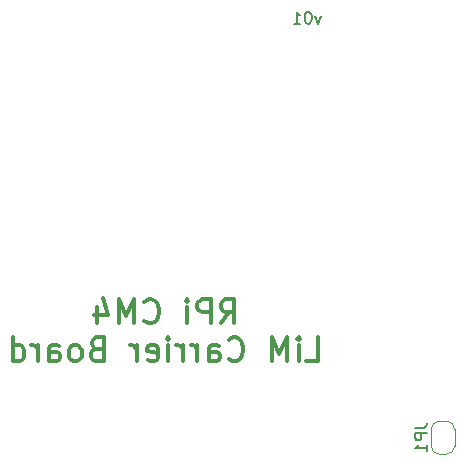
<source format=gbo>
G04 #@! TF.GenerationSoftware,KiCad,Pcbnew,(5.99.0-10613-g4d227d2d2b)*
G04 #@! TF.CreationDate,2021-06-17T11:01:32+05:30*
G04 #@! TF.ProjectId,rpi-cm4-base-carrier,7270692d-636d-4342-9d62-6173652d6361,v01*
G04 #@! TF.SameCoordinates,Original*
G04 #@! TF.FileFunction,Legend,Bot*
G04 #@! TF.FilePolarity,Positive*
%FSLAX46Y46*%
G04 Gerber Fmt 4.6, Leading zero omitted, Abs format (unit mm)*
G04 Created by KiCad (PCBNEW (5.99.0-10613-g4d227d2d2b)) date 2021-06-17 11:01:32*
%MOMM*%
%LPD*%
G01*
G04 APERTURE LIST*
%ADD10C,0.300000*%
%ADD11C,0.150000*%
%ADD12C,0.120000*%
G04 APERTURE END LIST*
D10*
X151214285Y-105294761D02*
X151880952Y-104342380D01*
X152357142Y-105294761D02*
X152357142Y-103294761D01*
X151595238Y-103294761D01*
X151404761Y-103390000D01*
X151309523Y-103485238D01*
X151214285Y-103675714D01*
X151214285Y-103961428D01*
X151309523Y-104151904D01*
X151404761Y-104247142D01*
X151595238Y-104342380D01*
X152357142Y-104342380D01*
X150357142Y-105294761D02*
X150357142Y-103294761D01*
X149595238Y-103294761D01*
X149404761Y-103390000D01*
X149309523Y-103485238D01*
X149214285Y-103675714D01*
X149214285Y-103961428D01*
X149309523Y-104151904D01*
X149404761Y-104247142D01*
X149595238Y-104342380D01*
X150357142Y-104342380D01*
X148357142Y-105294761D02*
X148357142Y-103961428D01*
X148357142Y-103294761D02*
X148452380Y-103390000D01*
X148357142Y-103485238D01*
X148261904Y-103390000D01*
X148357142Y-103294761D01*
X148357142Y-103485238D01*
X144738095Y-105104285D02*
X144833333Y-105199523D01*
X145119047Y-105294761D01*
X145309523Y-105294761D01*
X145595238Y-105199523D01*
X145785714Y-105009047D01*
X145880952Y-104818571D01*
X145976190Y-104437619D01*
X145976190Y-104151904D01*
X145880952Y-103770952D01*
X145785714Y-103580476D01*
X145595238Y-103390000D01*
X145309523Y-103294761D01*
X145119047Y-103294761D01*
X144833333Y-103390000D01*
X144738095Y-103485238D01*
X143880952Y-105294761D02*
X143880952Y-103294761D01*
X143214285Y-104723333D01*
X142547619Y-103294761D01*
X142547619Y-105294761D01*
X140738095Y-103961428D02*
X140738095Y-105294761D01*
X141214285Y-103199523D02*
X141690476Y-104628095D01*
X140452380Y-104628095D01*
X158452380Y-108514761D02*
X159404761Y-108514761D01*
X159404761Y-106514761D01*
X157785714Y-108514761D02*
X157785714Y-107181428D01*
X157785714Y-106514761D02*
X157880952Y-106610000D01*
X157785714Y-106705238D01*
X157690476Y-106610000D01*
X157785714Y-106514761D01*
X157785714Y-106705238D01*
X156833333Y-108514761D02*
X156833333Y-106514761D01*
X156166666Y-107943333D01*
X155500000Y-106514761D01*
X155500000Y-108514761D01*
X151880952Y-108324285D02*
X151976190Y-108419523D01*
X152261904Y-108514761D01*
X152452380Y-108514761D01*
X152738095Y-108419523D01*
X152928571Y-108229047D01*
X153023809Y-108038571D01*
X153119047Y-107657619D01*
X153119047Y-107371904D01*
X153023809Y-106990952D01*
X152928571Y-106800476D01*
X152738095Y-106610000D01*
X152452380Y-106514761D01*
X152261904Y-106514761D01*
X151976190Y-106610000D01*
X151880952Y-106705238D01*
X150166666Y-108514761D02*
X150166666Y-107467142D01*
X150261904Y-107276666D01*
X150452380Y-107181428D01*
X150833333Y-107181428D01*
X151023809Y-107276666D01*
X150166666Y-108419523D02*
X150357142Y-108514761D01*
X150833333Y-108514761D01*
X151023809Y-108419523D01*
X151119047Y-108229047D01*
X151119047Y-108038571D01*
X151023809Y-107848095D01*
X150833333Y-107752857D01*
X150357142Y-107752857D01*
X150166666Y-107657619D01*
X149214285Y-108514761D02*
X149214285Y-107181428D01*
X149214285Y-107562380D02*
X149119047Y-107371904D01*
X149023809Y-107276666D01*
X148833333Y-107181428D01*
X148642857Y-107181428D01*
X147976190Y-108514761D02*
X147976190Y-107181428D01*
X147976190Y-107562380D02*
X147880952Y-107371904D01*
X147785714Y-107276666D01*
X147595238Y-107181428D01*
X147404761Y-107181428D01*
X146738095Y-108514761D02*
X146738095Y-107181428D01*
X146738095Y-106514761D02*
X146833333Y-106610000D01*
X146738095Y-106705238D01*
X146642857Y-106610000D01*
X146738095Y-106514761D01*
X146738095Y-106705238D01*
X145023809Y-108419523D02*
X145214285Y-108514761D01*
X145595238Y-108514761D01*
X145785714Y-108419523D01*
X145880952Y-108229047D01*
X145880952Y-107467142D01*
X145785714Y-107276666D01*
X145595238Y-107181428D01*
X145214285Y-107181428D01*
X145023809Y-107276666D01*
X144928571Y-107467142D01*
X144928571Y-107657619D01*
X145880952Y-107848095D01*
X144071428Y-108514761D02*
X144071428Y-107181428D01*
X144071428Y-107562380D02*
X143976190Y-107371904D01*
X143880952Y-107276666D01*
X143690476Y-107181428D01*
X143500000Y-107181428D01*
X140642857Y-107467142D02*
X140357142Y-107562380D01*
X140261904Y-107657619D01*
X140166666Y-107848095D01*
X140166666Y-108133809D01*
X140261904Y-108324285D01*
X140357142Y-108419523D01*
X140547619Y-108514761D01*
X141309523Y-108514761D01*
X141309523Y-106514761D01*
X140642857Y-106514761D01*
X140452380Y-106610000D01*
X140357142Y-106705238D01*
X140261904Y-106895714D01*
X140261904Y-107086190D01*
X140357142Y-107276666D01*
X140452380Y-107371904D01*
X140642857Y-107467142D01*
X141309523Y-107467142D01*
X139023809Y-108514761D02*
X139214285Y-108419523D01*
X139309523Y-108324285D01*
X139404761Y-108133809D01*
X139404761Y-107562380D01*
X139309523Y-107371904D01*
X139214285Y-107276666D01*
X139023809Y-107181428D01*
X138738095Y-107181428D01*
X138547619Y-107276666D01*
X138452380Y-107371904D01*
X138357142Y-107562380D01*
X138357142Y-108133809D01*
X138452380Y-108324285D01*
X138547619Y-108419523D01*
X138738095Y-108514761D01*
X139023809Y-108514761D01*
X136642857Y-108514761D02*
X136642857Y-107467142D01*
X136738095Y-107276666D01*
X136928571Y-107181428D01*
X137309523Y-107181428D01*
X137500000Y-107276666D01*
X136642857Y-108419523D02*
X136833333Y-108514761D01*
X137309523Y-108514761D01*
X137500000Y-108419523D01*
X137595238Y-108229047D01*
X137595238Y-108038571D01*
X137500000Y-107848095D01*
X137309523Y-107752857D01*
X136833333Y-107752857D01*
X136642857Y-107657619D01*
X135690476Y-108514761D02*
X135690476Y-107181428D01*
X135690476Y-107562380D02*
X135595238Y-107371904D01*
X135500000Y-107276666D01*
X135309523Y-107181428D01*
X135119047Y-107181428D01*
X133595238Y-108514761D02*
X133595238Y-106514761D01*
X133595238Y-108419523D02*
X133785714Y-108514761D01*
X134166666Y-108514761D01*
X134357142Y-108419523D01*
X134452380Y-108324285D01*
X134547619Y-108133809D01*
X134547619Y-107562380D01*
X134452380Y-107371904D01*
X134357142Y-107276666D01*
X134166666Y-107181428D01*
X133785714Y-107181428D01*
X133595238Y-107276666D01*
D11*
X159690476Y-79285714D02*
X159452380Y-79952380D01*
X159214285Y-79285714D01*
X158642857Y-78952380D02*
X158547619Y-78952380D01*
X158452380Y-79000000D01*
X158404761Y-79047619D01*
X158357142Y-79142857D01*
X158309523Y-79333333D01*
X158309523Y-79571428D01*
X158357142Y-79761904D01*
X158404761Y-79857142D01*
X158452380Y-79904761D01*
X158547619Y-79952380D01*
X158642857Y-79952380D01*
X158738095Y-79904761D01*
X158785714Y-79857142D01*
X158833333Y-79761904D01*
X158880952Y-79571428D01*
X158880952Y-79333333D01*
X158833333Y-79142857D01*
X158785714Y-79047619D01*
X158738095Y-79000000D01*
X158642857Y-78952380D01*
X157357142Y-79952380D02*
X157928571Y-79952380D01*
X157642857Y-79952380D02*
X157642857Y-78952380D01*
X157738095Y-79095238D01*
X157833333Y-79190476D01*
X157928571Y-79238095D01*
X167652380Y-114166666D02*
X168366666Y-114166666D01*
X168509523Y-114119047D01*
X168604761Y-114023809D01*
X168652380Y-113880952D01*
X168652380Y-113785714D01*
X168652380Y-114642857D02*
X167652380Y-114642857D01*
X167652380Y-115023809D01*
X167700000Y-115119047D01*
X167747619Y-115166666D01*
X167842857Y-115214285D01*
X167985714Y-115214285D01*
X168080952Y-115166666D01*
X168128571Y-115119047D01*
X168176190Y-115023809D01*
X168176190Y-114642857D01*
X168652380Y-116166666D02*
X168652380Y-115595238D01*
X168652380Y-115880952D02*
X167652380Y-115880952D01*
X167795238Y-115785714D01*
X167890476Y-115690476D01*
X167938095Y-115595238D01*
D12*
X169700000Y-116400000D02*
X170300000Y-116400000D01*
X169000000Y-114300000D02*
X169000000Y-115700000D01*
X171000000Y-115700000D02*
X171000000Y-114300000D01*
X170300000Y-113600000D02*
X169700000Y-113600000D01*
X169700000Y-113600000D02*
G75*
G03*
X169000000Y-114300000I0J-700000D01*
G01*
X169000000Y-115700000D02*
G75*
G03*
X169700000Y-116400000I700000J0D01*
G01*
X170300000Y-116400000D02*
G75*
G03*
X171000000Y-115700000I0J700000D01*
G01*
X171000000Y-114300000D02*
G75*
G03*
X170300000Y-113600000I-700000J0D01*
G01*
M02*

</source>
